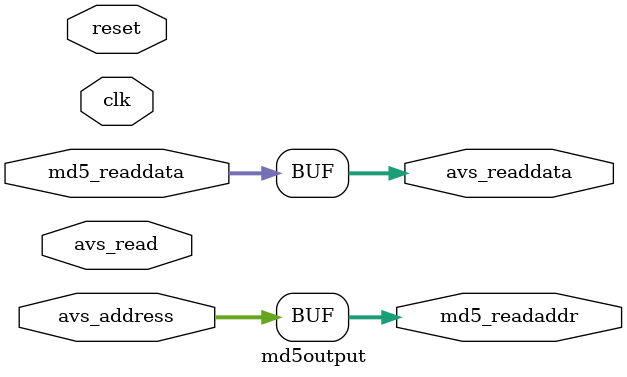
<source format=v>
module md5output (
    input clk,
    input reset,

    input         avs_read,
    output [31:0] avs_readdata,
    input  [6:0]  avs_address,

    input  [31:0] md5_readdata,
    output [6:0]  md5_readaddr
);

assign avs_readdata = md5_readdata;
assign md5_readaddr = avs_address;

endmodule

</source>
